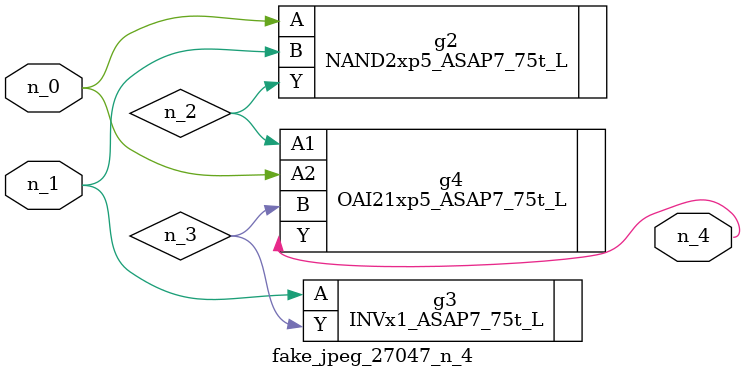
<source format=v>
module fake_jpeg_27047_n_4 (n_0, n_1, n_4);

input n_0;
input n_1;

output n_4;

wire n_2;
wire n_3;

NAND2xp5_ASAP7_75t_L g2 ( 
.A(n_0),
.B(n_1),
.Y(n_2)
);

INVx1_ASAP7_75t_L g3 ( 
.A(n_1),
.Y(n_3)
);

OAI21xp5_ASAP7_75t_L g4 ( 
.A1(n_2),
.A2(n_0),
.B(n_3),
.Y(n_4)
);


endmodule
</source>
